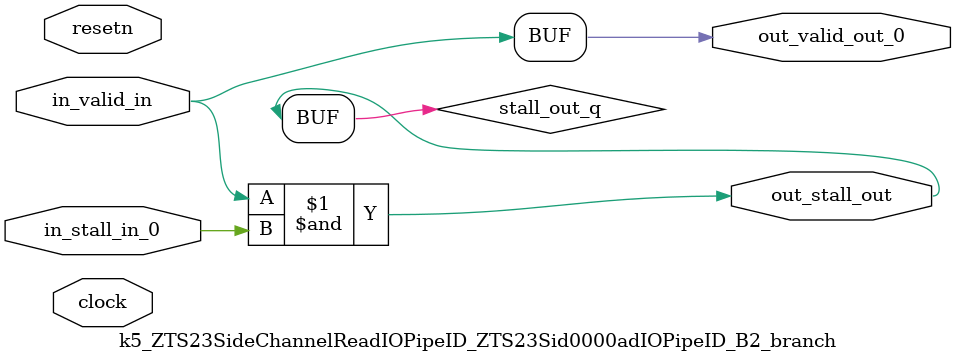
<source format=sv>



(* altera_attribute = "-name AUTO_SHIFT_REGISTER_RECOGNITION OFF; -name MESSAGE_DISABLE 10036; -name MESSAGE_DISABLE 10037; -name MESSAGE_DISABLE 14130; -name MESSAGE_DISABLE 14320; -name MESSAGE_DISABLE 15400; -name MESSAGE_DISABLE 14130; -name MESSAGE_DISABLE 10036; -name MESSAGE_DISABLE 12020; -name MESSAGE_DISABLE 12030; -name MESSAGE_DISABLE 12010; -name MESSAGE_DISABLE 12110; -name MESSAGE_DISABLE 14320; -name MESSAGE_DISABLE 13410; -name MESSAGE_DISABLE 113007; -name MESSAGE_DISABLE 10958" *)
module k5_ZTS23SideChannelReadIOPipeID_ZTS23Sid0000adIOPipeID_B2_branch (
    input wire [0:0] in_stall_in_0,
    input wire [0:0] in_valid_in,
    output wire [0:0] out_stall_out,
    output wire [0:0] out_valid_out_0,
    input wire clock,
    input wire resetn
    );

    wire [0:0] stall_out_q;


    // stall_out(LOGICAL,6)
    assign stall_out_q = in_valid_in & in_stall_in_0;

    // out_stall_out(GPOUT,4)
    assign out_stall_out = stall_out_q;

    // out_valid_out_0(GPOUT,5)
    assign out_valid_out_0 = in_valid_in;

endmodule

</source>
